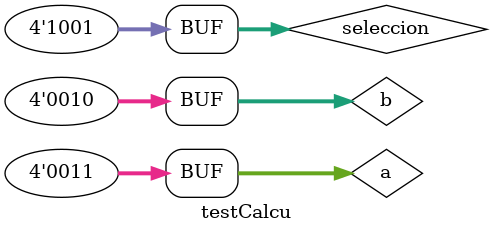
<source format=sv>
module testCalcu();
	logic [3:0] a, b, seleccion, salida, flags, seleccion_aux;
	logic [6:0] outDisplay1;
	
	Calcu #(.N(4)) calculadora (a, b, seleccion, outDisplay1, flags, seleccion_aux);
	
	
	initial begin
	a = 3;
	b = 2;
	seleccion = 0; #5;
	seleccion = 1; #5;
	seleccion = 2; #5;
	seleccion = 3; #5;
	seleccion = 4; #5;
	seleccion = 5; #5;
	seleccion = 6; #5;
	seleccion = 7; #5;
	seleccion = 8; #5;
	seleccion = 9; #5;
	
	end
endmodule 
</source>
